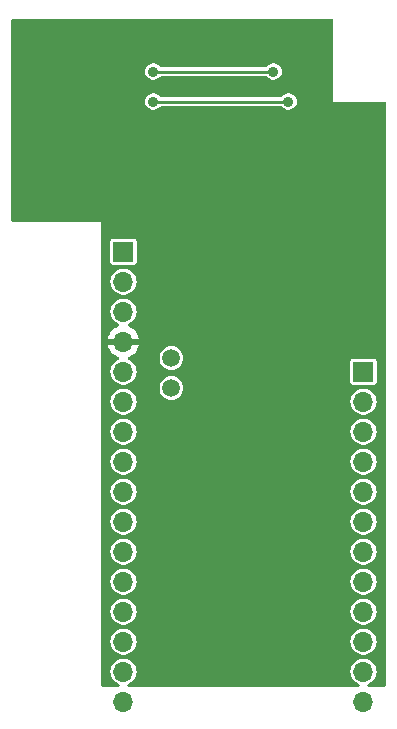
<source format=gbl>
%TF.GenerationSoftware,KiCad,Pcbnew,7.0.6*%
%TF.CreationDate,2023-10-23T11:13:57-04:00*%
%TF.ProjectId,CFL_FeatherDebugShield,43464c5f-4665-4617-9468-657244656275,v01a*%
%TF.SameCoordinates,Original*%
%TF.FileFunction,Copper,L2,Bot*%
%TF.FilePolarity,Positive*%
%FSLAX46Y46*%
G04 Gerber Fmt 4.6, Leading zero omitted, Abs format (unit mm)*
G04 Created by KiCad (PCBNEW 7.0.6) date 2023-10-23 11:13:57*
%MOMM*%
%LPD*%
G01*
G04 APERTURE LIST*
%TA.AperFunction,ComponentPad*%
%ADD10R,1.700000X1.700000*%
%TD*%
%TA.AperFunction,ComponentPad*%
%ADD11O,1.700000X1.700000*%
%TD*%
%TA.AperFunction,ComponentPad*%
%ADD12C,1.500000*%
%TD*%
%TA.AperFunction,ViaPad*%
%ADD13C,0.889000*%
%TD*%
%TA.AperFunction,Conductor*%
%ADD14C,0.254000*%
%TD*%
G04 APERTURE END LIST*
D10*
%TO.P,J1,1,Pin_1*%
%TO.N,unconnected-(J1-Pin_1-Pad1)*%
X106680000Y-71120000D03*
D11*
%TO.P,J1,2,Pin_2*%
%TO.N,unconnected-(J1-Pin_2-Pad2)*%
X106680000Y-73660000D03*
%TO.P,J1,3,Pin_3*%
%TO.N,unconnected-(J1-Pin_3-Pad3)*%
X106680000Y-76200000D03*
%TO.P,J1,4,Pin_4*%
%TO.N,/GPIO13*%
X106680000Y-78740000D03*
%TO.P,J1,5,Pin_5*%
%TO.N,/GPIO12*%
X106680000Y-81280000D03*
%TO.P,J1,6,Pin_6*%
%TO.N,unconnected-(J1-Pin_6-Pad6)*%
X106680000Y-83820000D03*
%TO.P,J1,7,Pin_7*%
%TO.N,unconnected-(J1-Pin_7-Pad7)*%
X106680000Y-86360000D03*
%TO.P,J1,8,Pin_8*%
%TO.N,/GPIO15*%
X106680000Y-88900000D03*
%TO.P,J1,9,Pin_9*%
%TO.N,unconnected-(J1-Pin_9-Pad9)*%
X106680000Y-91440000D03*
%TO.P,J1,10,Pin_10*%
%TO.N,/GPIO14*%
X106680000Y-93980000D03*
%TO.P,J1,11,Pin_11*%
%TO.N,unconnected-(J1-Pin_11-Pad11)*%
X106680000Y-96520000D03*
%TO.P,J1,12,Pin_12*%
%TO.N,unconnected-(J1-Pin_12-Pad12)*%
X106680000Y-99060000D03*
%TD*%
D10*
%TO.P,J2,1,Pin_1*%
%TO.N,unconnected-(J2-Pin_1-Pad1)*%
X86360000Y-60960000D03*
D11*
%TO.P,J2,2,Pin_2*%
%TO.N,VCC*%
X86360000Y-63500000D03*
%TO.P,J2,3,Pin_3*%
%TO.N,unconnected-(J2-Pin_3-Pad3)*%
X86360000Y-66040000D03*
%TO.P,J2,4,Pin_4*%
%TO.N,GND*%
X86360000Y-68580000D03*
%TO.P,J2,5,Pin_5*%
%TO.N,unconnected-(J2-Pin_5-Pad5)*%
X86360000Y-71120000D03*
%TO.P,J2,6,Pin_6*%
%TO.N,unconnected-(J2-Pin_6-Pad6)*%
X86360000Y-73660000D03*
%TO.P,J2,7,Pin_7*%
%TO.N,unconnected-(J2-Pin_7-Pad7)*%
X86360000Y-76200000D03*
%TO.P,J2,8,Pin_8*%
%TO.N,unconnected-(J2-Pin_8-Pad8)*%
X86360000Y-78740000D03*
%TO.P,J2,9,Pin_9*%
%TO.N,unconnected-(J2-Pin_9-Pad9)*%
X86360000Y-81280000D03*
%TO.P,J2,10,Pin_10*%
%TO.N,unconnected-(J2-Pin_10-Pad10)*%
X86360000Y-83820000D03*
%TO.P,J2,11,Pin_11*%
%TO.N,unconnected-(J2-Pin_11-Pad11)*%
X86360000Y-86360000D03*
%TO.P,J2,12,Pin_12*%
%TO.N,unconnected-(J2-Pin_12-Pad12)*%
X86360000Y-88900000D03*
%TO.P,J2,13,Pin_13*%
%TO.N,unconnected-(J2-Pin_13-Pad13)*%
X86360000Y-91440000D03*
%TO.P,J2,14,Pin_14*%
%TO.N,unconnected-(J2-Pin_14-Pad14)*%
X86360000Y-93980000D03*
%TO.P,J2,15,Pin_15*%
%TO.N,unconnected-(J2-Pin_15-Pad15)*%
X86360000Y-96520000D03*
%TO.P,J2,16,Pin_16*%
%TO.N,unconnected-(J2-Pin_16-Pad16)*%
X86360000Y-99060000D03*
%TD*%
D12*
%TO.P,J5,1*%
%TO.N,/SWDIO*%
X90424000Y-72517000D03*
%TD*%
%TO.P,J6,1*%
%TO.N,/SWCLK*%
X90424000Y-69977000D03*
%TD*%
D13*
%TO.N,GND*%
X83185000Y-54610000D03*
X101600000Y-48260000D03*
X102870000Y-91440000D03*
X101600000Y-68580000D03*
X94615000Y-60325000D03*
X100965000Y-44450000D03*
X85725000Y-54610000D03*
X90170000Y-44450000D03*
X94615000Y-50165000D03*
X94615000Y-46990000D03*
X99060000Y-60960000D03*
X97155000Y-43180000D03*
X95250000Y-81280000D03*
X99060000Y-68580000D03*
X94615000Y-65405000D03*
X92710000Y-86360000D03*
X94615000Y-55245000D03*
X99060000Y-50800000D03*
X95250000Y-76200000D03*
X92710000Y-91440000D03*
X95250000Y-91440000D03*
X89535000Y-65405000D03*
X92075000Y-60325000D03*
X95250000Y-86360000D03*
X97790000Y-86360000D03*
X99060000Y-71120000D03*
X92710000Y-83820000D03*
X102870000Y-83820000D03*
X101600000Y-66040000D03*
X99060000Y-66040000D03*
X99060000Y-63500000D03*
X88265000Y-67310000D03*
X99060000Y-58420000D03*
X95250000Y-88900000D03*
X97790000Y-83820000D03*
X92710000Y-44450000D03*
X92075000Y-55245000D03*
X100330000Y-86360000D03*
X101600000Y-53340000D03*
X95250000Y-43180000D03*
X90170000Y-46990000D03*
X92710000Y-88900000D03*
X92710000Y-76200000D03*
X92075000Y-50165000D03*
X101600000Y-55880000D03*
X100330000Y-83820000D03*
X95250000Y-78740000D03*
X92075000Y-62865000D03*
X94615000Y-62865000D03*
X92710000Y-78740000D03*
X101600000Y-71120000D03*
X92075000Y-57785000D03*
X99060000Y-55880000D03*
X101600000Y-63500000D03*
X81280000Y-53975000D03*
X94615000Y-52705000D03*
X100330000Y-91440000D03*
X97790000Y-91440000D03*
X88265000Y-54610000D03*
X92710000Y-81280000D03*
X99060000Y-43180000D03*
X101600000Y-58420000D03*
X101600000Y-46355000D03*
X101600000Y-60960000D03*
X80010000Y-50165000D03*
X101600000Y-50800000D03*
X94615000Y-67945000D03*
X94615000Y-57785000D03*
X102870000Y-86360000D03*
X95250000Y-83820000D03*
X92075000Y-65405000D03*
X97790000Y-81280000D03*
X99060000Y-53340000D03*
X92075000Y-52705000D03*
X80010000Y-52070000D03*
%TO.N,/TDO*%
X99060000Y-45720000D03*
X88900000Y-45720000D03*
%TO.N,/TDI*%
X88900000Y-48260000D03*
X100330000Y-48260000D03*
%TD*%
D14*
%TO.N,/TDO*%
X99060000Y-45720000D02*
X88900000Y-45720000D01*
%TO.N,/TDI*%
X100330000Y-48260000D02*
X88900000Y-48260000D01*
%TD*%
%TA.AperFunction,Conductor*%
%TO.N,GND*%
G36*
X104082121Y-41295002D02*
G01*
X104128614Y-41348658D01*
X104140000Y-41400999D01*
X104140000Y-48260000D01*
X108459000Y-48260000D01*
X108527121Y-48280002D01*
X108573614Y-48333658D01*
X108585000Y-48386000D01*
X108585000Y-97664000D01*
X108564998Y-97732121D01*
X108511342Y-97778614D01*
X108459000Y-97790000D01*
X107133303Y-97790000D01*
X107065182Y-97769998D01*
X107018689Y-97716342D01*
X107008585Y-97646068D01*
X107038079Y-97581488D01*
X107087786Y-97546509D01*
X107089220Y-97545953D01*
X107174427Y-97512944D01*
X107348462Y-97405186D01*
X107499732Y-97267285D01*
X107623088Y-97103935D01*
X107714328Y-96920701D01*
X107770345Y-96723821D01*
X107789232Y-96520000D01*
X107770345Y-96316179D01*
X107714328Y-96119299D01*
X107623088Y-95936065D01*
X107582538Y-95882368D01*
X107499733Y-95772715D01*
X107348463Y-95634814D01*
X107174433Y-95527059D01*
X107174428Y-95527057D01*
X107174427Y-95527056D01*
X106983559Y-95453113D01*
X106983560Y-95453113D01*
X106983557Y-95453112D01*
X106983556Y-95453112D01*
X106782347Y-95415500D01*
X106577653Y-95415500D01*
X106376444Y-95453112D01*
X106376439Y-95453113D01*
X106185577Y-95527054D01*
X106185566Y-95527059D01*
X106011536Y-95634814D01*
X105860266Y-95772715D01*
X105736913Y-95936063D01*
X105645671Y-96119301D01*
X105589654Y-96316180D01*
X105570768Y-96519995D01*
X105570768Y-96520004D01*
X105589654Y-96723819D01*
X105589655Y-96723821D01*
X105645672Y-96920701D01*
X105736912Y-97103935D01*
X105736913Y-97103936D01*
X105860266Y-97267284D01*
X106011536Y-97405185D01*
X106185566Y-97512940D01*
X106185568Y-97512940D01*
X106185573Y-97512944D01*
X106269796Y-97545572D01*
X106272214Y-97546509D01*
X106328509Y-97589768D01*
X106352479Y-97656596D01*
X106336515Y-97725774D01*
X106285684Y-97775340D01*
X106226697Y-97790000D01*
X86813303Y-97790000D01*
X86745182Y-97769998D01*
X86698689Y-97716342D01*
X86688585Y-97646068D01*
X86718079Y-97581488D01*
X86767786Y-97546509D01*
X86769220Y-97545953D01*
X86854427Y-97512944D01*
X87028462Y-97405186D01*
X87179732Y-97267285D01*
X87303088Y-97103935D01*
X87394328Y-96920701D01*
X87450345Y-96723821D01*
X87469232Y-96520000D01*
X87450345Y-96316179D01*
X87394328Y-96119299D01*
X87303088Y-95936065D01*
X87262538Y-95882368D01*
X87179733Y-95772715D01*
X87028463Y-95634814D01*
X86854433Y-95527059D01*
X86854428Y-95527057D01*
X86854427Y-95527056D01*
X86663559Y-95453113D01*
X86663560Y-95453113D01*
X86663557Y-95453112D01*
X86663556Y-95453112D01*
X86462347Y-95415500D01*
X86257653Y-95415500D01*
X86056444Y-95453112D01*
X86056439Y-95453113D01*
X85865577Y-95527054D01*
X85865566Y-95527059D01*
X85691536Y-95634814D01*
X85540266Y-95772715D01*
X85416913Y-95936063D01*
X85325671Y-96119301D01*
X85269654Y-96316180D01*
X85250768Y-96519995D01*
X85250768Y-96520004D01*
X85269654Y-96723819D01*
X85269655Y-96723821D01*
X85325672Y-96920701D01*
X85416912Y-97103935D01*
X85416913Y-97103936D01*
X85540266Y-97267284D01*
X85691536Y-97405185D01*
X85865566Y-97512940D01*
X85865568Y-97512940D01*
X85865573Y-97512944D01*
X85949796Y-97545572D01*
X85952214Y-97546509D01*
X86008509Y-97589768D01*
X86032479Y-97656596D01*
X86016515Y-97725774D01*
X85965684Y-97775340D01*
X85906697Y-97790000D01*
X84581000Y-97790000D01*
X84512879Y-97769998D01*
X84466386Y-97716342D01*
X84455000Y-97664000D01*
X84455000Y-93980004D01*
X85250768Y-93980004D01*
X85269654Y-94183819D01*
X85269655Y-94183821D01*
X85325672Y-94380701D01*
X85416912Y-94563935D01*
X85416913Y-94563936D01*
X85540266Y-94727284D01*
X85691536Y-94865185D01*
X85865566Y-94972940D01*
X85865568Y-94972940D01*
X85865573Y-94972944D01*
X86056444Y-95046888D01*
X86257653Y-95084500D01*
X86257655Y-95084500D01*
X86462345Y-95084500D01*
X86462347Y-95084500D01*
X86663556Y-95046888D01*
X86854427Y-94972944D01*
X87028462Y-94865186D01*
X87179732Y-94727285D01*
X87303088Y-94563935D01*
X87394328Y-94380701D01*
X87450345Y-94183821D01*
X87469232Y-93980004D01*
X105570768Y-93980004D01*
X105589654Y-94183819D01*
X105589655Y-94183821D01*
X105645672Y-94380701D01*
X105736912Y-94563935D01*
X105736913Y-94563936D01*
X105860266Y-94727284D01*
X106011536Y-94865185D01*
X106185566Y-94972940D01*
X106185568Y-94972940D01*
X106185573Y-94972944D01*
X106376444Y-95046888D01*
X106577653Y-95084500D01*
X106577655Y-95084500D01*
X106782345Y-95084500D01*
X106782347Y-95084500D01*
X106983556Y-95046888D01*
X107174427Y-94972944D01*
X107348462Y-94865186D01*
X107499732Y-94727285D01*
X107623088Y-94563935D01*
X107714328Y-94380701D01*
X107770345Y-94183821D01*
X107789232Y-93980000D01*
X107770345Y-93776179D01*
X107714328Y-93579299D01*
X107623088Y-93396065D01*
X107582538Y-93342368D01*
X107499733Y-93232715D01*
X107348463Y-93094814D01*
X107174433Y-92987059D01*
X107174428Y-92987057D01*
X107174427Y-92987056D01*
X106983559Y-92913113D01*
X106983560Y-92913113D01*
X106983557Y-92913112D01*
X106983556Y-92913112D01*
X106782347Y-92875500D01*
X106577653Y-92875500D01*
X106376444Y-92913112D01*
X106376439Y-92913113D01*
X106185577Y-92987054D01*
X106185566Y-92987059D01*
X106011536Y-93094814D01*
X105860266Y-93232715D01*
X105736913Y-93396063D01*
X105645671Y-93579301D01*
X105589654Y-93776180D01*
X105570768Y-93979995D01*
X105570768Y-93980004D01*
X87469232Y-93980004D01*
X87469232Y-93980000D01*
X87450345Y-93776179D01*
X87394328Y-93579299D01*
X87303088Y-93396065D01*
X87262538Y-93342368D01*
X87179733Y-93232715D01*
X87028463Y-93094814D01*
X86854433Y-92987059D01*
X86854428Y-92987057D01*
X86854427Y-92987056D01*
X86663559Y-92913113D01*
X86663560Y-92913113D01*
X86663557Y-92913112D01*
X86663556Y-92913112D01*
X86462347Y-92875500D01*
X86257653Y-92875500D01*
X86056444Y-92913112D01*
X86056439Y-92913113D01*
X85865577Y-92987054D01*
X85865566Y-92987059D01*
X85691536Y-93094814D01*
X85540266Y-93232715D01*
X85416913Y-93396063D01*
X85325671Y-93579301D01*
X85269654Y-93776180D01*
X85250768Y-93979995D01*
X85250768Y-93980004D01*
X84455000Y-93980004D01*
X84455000Y-91440004D01*
X85250768Y-91440004D01*
X85269654Y-91643819D01*
X85269655Y-91643821D01*
X85325672Y-91840701D01*
X85416912Y-92023935D01*
X85416913Y-92023936D01*
X85540266Y-92187284D01*
X85691536Y-92325185D01*
X85865566Y-92432940D01*
X85865568Y-92432940D01*
X85865573Y-92432944D01*
X86056444Y-92506888D01*
X86257653Y-92544500D01*
X86257655Y-92544500D01*
X86462345Y-92544500D01*
X86462347Y-92544500D01*
X86663556Y-92506888D01*
X86854427Y-92432944D01*
X87028462Y-92325186D01*
X87179732Y-92187285D01*
X87303088Y-92023935D01*
X87394328Y-91840701D01*
X87450345Y-91643821D01*
X87469232Y-91440004D01*
X105570768Y-91440004D01*
X105589654Y-91643819D01*
X105589655Y-91643821D01*
X105645672Y-91840701D01*
X105736912Y-92023935D01*
X105736913Y-92023936D01*
X105860266Y-92187284D01*
X106011536Y-92325185D01*
X106185566Y-92432940D01*
X106185568Y-92432940D01*
X106185573Y-92432944D01*
X106376444Y-92506888D01*
X106577653Y-92544500D01*
X106577655Y-92544500D01*
X106782345Y-92544500D01*
X106782347Y-92544500D01*
X106983556Y-92506888D01*
X107174427Y-92432944D01*
X107348462Y-92325186D01*
X107499732Y-92187285D01*
X107623088Y-92023935D01*
X107714328Y-91840701D01*
X107770345Y-91643821D01*
X107789232Y-91440000D01*
X107770345Y-91236179D01*
X107714328Y-91039299D01*
X107623088Y-90856065D01*
X107582538Y-90802368D01*
X107499733Y-90692715D01*
X107348463Y-90554814D01*
X107174433Y-90447059D01*
X107174428Y-90447057D01*
X107174427Y-90447056D01*
X106983559Y-90373113D01*
X106983560Y-90373113D01*
X106983557Y-90373112D01*
X106983556Y-90373112D01*
X106782347Y-90335500D01*
X106577653Y-90335500D01*
X106376444Y-90373112D01*
X106376439Y-90373113D01*
X106185577Y-90447054D01*
X106185566Y-90447059D01*
X106011536Y-90554814D01*
X105860266Y-90692715D01*
X105736913Y-90856063D01*
X105645671Y-91039301D01*
X105589654Y-91236180D01*
X105570768Y-91439995D01*
X105570768Y-91440004D01*
X87469232Y-91440004D01*
X87469232Y-91440000D01*
X87450345Y-91236179D01*
X87394328Y-91039299D01*
X87303088Y-90856065D01*
X87262538Y-90802368D01*
X87179733Y-90692715D01*
X87028463Y-90554814D01*
X86854433Y-90447059D01*
X86854428Y-90447057D01*
X86854427Y-90447056D01*
X86663559Y-90373113D01*
X86663560Y-90373113D01*
X86663557Y-90373112D01*
X86663556Y-90373112D01*
X86462347Y-90335500D01*
X86257653Y-90335500D01*
X86056444Y-90373112D01*
X86056439Y-90373113D01*
X85865577Y-90447054D01*
X85865566Y-90447059D01*
X85691536Y-90554814D01*
X85540266Y-90692715D01*
X85416913Y-90856063D01*
X85325671Y-91039301D01*
X85269654Y-91236180D01*
X85250768Y-91439995D01*
X85250768Y-91440004D01*
X84455000Y-91440004D01*
X84455000Y-88900004D01*
X85250768Y-88900004D01*
X85269654Y-89103819D01*
X85269655Y-89103821D01*
X85325672Y-89300701D01*
X85416912Y-89483935D01*
X85416913Y-89483936D01*
X85540266Y-89647284D01*
X85691536Y-89785185D01*
X85865566Y-89892940D01*
X85865568Y-89892940D01*
X85865573Y-89892944D01*
X86056444Y-89966888D01*
X86257653Y-90004500D01*
X86257655Y-90004500D01*
X86462345Y-90004500D01*
X86462347Y-90004500D01*
X86663556Y-89966888D01*
X86854427Y-89892944D01*
X87028462Y-89785186D01*
X87179732Y-89647285D01*
X87303088Y-89483935D01*
X87394328Y-89300701D01*
X87450345Y-89103821D01*
X87469232Y-88900004D01*
X105570768Y-88900004D01*
X105589654Y-89103819D01*
X105589655Y-89103821D01*
X105645672Y-89300701D01*
X105736912Y-89483935D01*
X105736913Y-89483936D01*
X105860266Y-89647284D01*
X106011536Y-89785185D01*
X106185566Y-89892940D01*
X106185568Y-89892940D01*
X106185573Y-89892944D01*
X106376444Y-89966888D01*
X106577653Y-90004500D01*
X106577655Y-90004500D01*
X106782345Y-90004500D01*
X106782347Y-90004500D01*
X106983556Y-89966888D01*
X107174427Y-89892944D01*
X107348462Y-89785186D01*
X107499732Y-89647285D01*
X107623088Y-89483935D01*
X107714328Y-89300701D01*
X107770345Y-89103821D01*
X107789232Y-88900000D01*
X107770345Y-88696179D01*
X107714328Y-88499299D01*
X107623088Y-88316065D01*
X107582538Y-88262368D01*
X107499733Y-88152715D01*
X107348463Y-88014814D01*
X107174433Y-87907059D01*
X107174428Y-87907057D01*
X107174427Y-87907056D01*
X106983559Y-87833113D01*
X106983560Y-87833113D01*
X106983557Y-87833112D01*
X106983556Y-87833112D01*
X106782347Y-87795500D01*
X106577653Y-87795500D01*
X106376444Y-87833112D01*
X106376439Y-87833113D01*
X106185577Y-87907054D01*
X106185566Y-87907059D01*
X106011536Y-88014814D01*
X105860266Y-88152715D01*
X105736913Y-88316063D01*
X105645671Y-88499301D01*
X105589654Y-88696180D01*
X105570768Y-88899995D01*
X105570768Y-88900004D01*
X87469232Y-88900004D01*
X87469232Y-88900000D01*
X87450345Y-88696179D01*
X87394328Y-88499299D01*
X87303088Y-88316065D01*
X87262538Y-88262368D01*
X87179733Y-88152715D01*
X87028463Y-88014814D01*
X86854433Y-87907059D01*
X86854428Y-87907057D01*
X86854427Y-87907056D01*
X86663559Y-87833113D01*
X86663560Y-87833113D01*
X86663557Y-87833112D01*
X86663556Y-87833112D01*
X86462347Y-87795500D01*
X86257653Y-87795500D01*
X86056444Y-87833112D01*
X86056439Y-87833113D01*
X85865577Y-87907054D01*
X85865566Y-87907059D01*
X85691536Y-88014814D01*
X85540266Y-88152715D01*
X85416913Y-88316063D01*
X85325671Y-88499301D01*
X85269654Y-88696180D01*
X85250768Y-88899995D01*
X85250768Y-88900004D01*
X84455000Y-88900004D01*
X84455000Y-86360004D01*
X85250768Y-86360004D01*
X85269654Y-86563819D01*
X85269655Y-86563821D01*
X85325672Y-86760701D01*
X85416912Y-86943935D01*
X85416913Y-86943936D01*
X85540266Y-87107284D01*
X85691536Y-87245185D01*
X85865566Y-87352940D01*
X85865568Y-87352940D01*
X85865573Y-87352944D01*
X86056444Y-87426888D01*
X86257653Y-87464500D01*
X86257655Y-87464500D01*
X86462345Y-87464500D01*
X86462347Y-87464500D01*
X86663556Y-87426888D01*
X86854427Y-87352944D01*
X87028462Y-87245186D01*
X87179732Y-87107285D01*
X87303088Y-86943935D01*
X87394328Y-86760701D01*
X87450345Y-86563821D01*
X87469232Y-86360004D01*
X105570768Y-86360004D01*
X105589654Y-86563819D01*
X105589655Y-86563821D01*
X105645672Y-86760701D01*
X105736912Y-86943935D01*
X105736913Y-86943936D01*
X105860266Y-87107284D01*
X106011536Y-87245185D01*
X106185566Y-87352940D01*
X106185568Y-87352940D01*
X106185573Y-87352944D01*
X106376444Y-87426888D01*
X106577653Y-87464500D01*
X106577655Y-87464500D01*
X106782345Y-87464500D01*
X106782347Y-87464500D01*
X106983556Y-87426888D01*
X107174427Y-87352944D01*
X107348462Y-87245186D01*
X107499732Y-87107285D01*
X107623088Y-86943935D01*
X107714328Y-86760701D01*
X107770345Y-86563821D01*
X107789232Y-86360000D01*
X107770345Y-86156179D01*
X107714328Y-85959299D01*
X107623088Y-85776065D01*
X107582538Y-85722368D01*
X107499733Y-85612715D01*
X107348463Y-85474814D01*
X107174433Y-85367059D01*
X107174428Y-85367057D01*
X107174427Y-85367056D01*
X106983559Y-85293113D01*
X106983560Y-85293113D01*
X106983557Y-85293112D01*
X106983556Y-85293112D01*
X106782347Y-85255500D01*
X106577653Y-85255500D01*
X106376444Y-85293112D01*
X106376439Y-85293113D01*
X106185577Y-85367054D01*
X106185566Y-85367059D01*
X106011536Y-85474814D01*
X105860266Y-85612715D01*
X105736913Y-85776063D01*
X105645671Y-85959301D01*
X105589654Y-86156180D01*
X105570768Y-86359995D01*
X105570768Y-86360004D01*
X87469232Y-86360004D01*
X87469232Y-86360000D01*
X87450345Y-86156179D01*
X87394328Y-85959299D01*
X87303088Y-85776065D01*
X87262538Y-85722368D01*
X87179733Y-85612715D01*
X87028463Y-85474814D01*
X86854433Y-85367059D01*
X86854428Y-85367057D01*
X86854427Y-85367056D01*
X86663559Y-85293113D01*
X86663560Y-85293113D01*
X86663557Y-85293112D01*
X86663556Y-85293112D01*
X86462347Y-85255500D01*
X86257653Y-85255500D01*
X86056444Y-85293112D01*
X86056439Y-85293113D01*
X85865577Y-85367054D01*
X85865566Y-85367059D01*
X85691536Y-85474814D01*
X85540266Y-85612715D01*
X85416913Y-85776063D01*
X85325671Y-85959301D01*
X85269654Y-86156180D01*
X85250768Y-86359995D01*
X85250768Y-86360004D01*
X84455000Y-86360004D01*
X84455000Y-83820004D01*
X85250768Y-83820004D01*
X85269654Y-84023819D01*
X85269655Y-84023821D01*
X85325672Y-84220701D01*
X85416912Y-84403935D01*
X85416913Y-84403936D01*
X85540266Y-84567284D01*
X85691536Y-84705185D01*
X85865566Y-84812940D01*
X85865568Y-84812940D01*
X85865573Y-84812944D01*
X86056444Y-84886888D01*
X86257653Y-84924500D01*
X86257655Y-84924500D01*
X86462345Y-84924500D01*
X86462347Y-84924500D01*
X86663556Y-84886888D01*
X86854427Y-84812944D01*
X87028462Y-84705186D01*
X87179732Y-84567285D01*
X87303088Y-84403935D01*
X87394328Y-84220701D01*
X87450345Y-84023821D01*
X87469232Y-83820004D01*
X105570768Y-83820004D01*
X105589654Y-84023819D01*
X105589655Y-84023821D01*
X105645672Y-84220701D01*
X105736912Y-84403935D01*
X105736913Y-84403936D01*
X105860266Y-84567284D01*
X106011536Y-84705185D01*
X106185566Y-84812940D01*
X106185568Y-84812940D01*
X106185573Y-84812944D01*
X106376444Y-84886888D01*
X106577653Y-84924500D01*
X106577655Y-84924500D01*
X106782345Y-84924500D01*
X106782347Y-84924500D01*
X106983556Y-84886888D01*
X107174427Y-84812944D01*
X107348462Y-84705186D01*
X107499732Y-84567285D01*
X107623088Y-84403935D01*
X107714328Y-84220701D01*
X107770345Y-84023821D01*
X107789232Y-83820000D01*
X107770345Y-83616179D01*
X107714328Y-83419299D01*
X107623088Y-83236065D01*
X107582538Y-83182368D01*
X107499733Y-83072715D01*
X107348463Y-82934814D01*
X107174433Y-82827059D01*
X107174428Y-82827057D01*
X107174427Y-82827056D01*
X106983559Y-82753113D01*
X106983560Y-82753113D01*
X106983557Y-82753112D01*
X106983556Y-82753112D01*
X106782347Y-82715500D01*
X106577653Y-82715500D01*
X106376444Y-82753112D01*
X106376439Y-82753113D01*
X106185577Y-82827054D01*
X106185566Y-82827059D01*
X106011536Y-82934814D01*
X105860266Y-83072715D01*
X105736913Y-83236063D01*
X105645671Y-83419301D01*
X105589654Y-83616180D01*
X105570768Y-83819995D01*
X105570768Y-83820004D01*
X87469232Y-83820004D01*
X87469232Y-83820000D01*
X87450345Y-83616179D01*
X87394328Y-83419299D01*
X87303088Y-83236065D01*
X87262538Y-83182368D01*
X87179733Y-83072715D01*
X87028463Y-82934814D01*
X86854433Y-82827059D01*
X86854428Y-82827057D01*
X86854427Y-82827056D01*
X86663559Y-82753113D01*
X86663560Y-82753113D01*
X86663557Y-82753112D01*
X86663556Y-82753112D01*
X86462347Y-82715500D01*
X86257653Y-82715500D01*
X86056444Y-82753112D01*
X86056439Y-82753113D01*
X85865577Y-82827054D01*
X85865566Y-82827059D01*
X85691536Y-82934814D01*
X85540266Y-83072715D01*
X85416913Y-83236063D01*
X85325671Y-83419301D01*
X85269654Y-83616180D01*
X85250768Y-83819995D01*
X85250768Y-83820004D01*
X84455000Y-83820004D01*
X84455000Y-81280004D01*
X85250768Y-81280004D01*
X85269654Y-81483819D01*
X85269655Y-81483821D01*
X85325672Y-81680701D01*
X85416912Y-81863935D01*
X85416913Y-81863936D01*
X85540266Y-82027284D01*
X85691536Y-82165185D01*
X85865566Y-82272940D01*
X85865568Y-82272940D01*
X85865573Y-82272944D01*
X86056444Y-82346888D01*
X86257653Y-82384500D01*
X86257655Y-82384500D01*
X86462345Y-82384500D01*
X86462347Y-82384500D01*
X86663556Y-82346888D01*
X86854427Y-82272944D01*
X87028462Y-82165186D01*
X87179732Y-82027285D01*
X87303088Y-81863935D01*
X87394328Y-81680701D01*
X87450345Y-81483821D01*
X87469232Y-81280004D01*
X105570768Y-81280004D01*
X105589654Y-81483819D01*
X105589655Y-81483821D01*
X105645672Y-81680701D01*
X105736912Y-81863935D01*
X105736913Y-81863936D01*
X105860266Y-82027284D01*
X106011536Y-82165185D01*
X106185566Y-82272940D01*
X106185568Y-82272940D01*
X106185573Y-82272944D01*
X106376444Y-82346888D01*
X106577653Y-82384500D01*
X106577655Y-82384500D01*
X106782345Y-82384500D01*
X106782347Y-82384500D01*
X106983556Y-82346888D01*
X107174427Y-82272944D01*
X107348462Y-82165186D01*
X107499732Y-82027285D01*
X107623088Y-81863935D01*
X107714328Y-81680701D01*
X107770345Y-81483821D01*
X107789232Y-81280000D01*
X107770345Y-81076179D01*
X107714328Y-80879299D01*
X107623088Y-80696065D01*
X107582538Y-80642368D01*
X107499733Y-80532715D01*
X107348463Y-80394814D01*
X107174433Y-80287059D01*
X107174428Y-80287057D01*
X107174427Y-80287056D01*
X106983559Y-80213113D01*
X106983560Y-80213113D01*
X106983557Y-80213112D01*
X106983556Y-80213112D01*
X106782347Y-80175500D01*
X106577653Y-80175500D01*
X106376444Y-80213112D01*
X106376439Y-80213113D01*
X106185577Y-80287054D01*
X106185566Y-80287059D01*
X106011536Y-80394814D01*
X105860266Y-80532715D01*
X105736913Y-80696063D01*
X105645671Y-80879301D01*
X105589654Y-81076180D01*
X105570768Y-81279995D01*
X105570768Y-81280004D01*
X87469232Y-81280004D01*
X87469232Y-81280000D01*
X87450345Y-81076179D01*
X87394328Y-80879299D01*
X87303088Y-80696065D01*
X87262538Y-80642368D01*
X87179733Y-80532715D01*
X87028463Y-80394814D01*
X86854433Y-80287059D01*
X86854428Y-80287057D01*
X86854427Y-80287056D01*
X86663559Y-80213113D01*
X86663560Y-80213113D01*
X86663557Y-80213112D01*
X86663556Y-80213112D01*
X86462347Y-80175500D01*
X86257653Y-80175500D01*
X86056444Y-80213112D01*
X86056439Y-80213113D01*
X85865577Y-80287054D01*
X85865566Y-80287059D01*
X85691536Y-80394814D01*
X85540266Y-80532715D01*
X85416913Y-80696063D01*
X85325671Y-80879301D01*
X85269654Y-81076180D01*
X85250768Y-81279995D01*
X85250768Y-81280004D01*
X84455000Y-81280004D01*
X84455000Y-78740004D01*
X85250768Y-78740004D01*
X85269654Y-78943819D01*
X85269655Y-78943821D01*
X85325672Y-79140701D01*
X85416912Y-79323935D01*
X85416913Y-79323936D01*
X85540266Y-79487284D01*
X85691536Y-79625185D01*
X85865566Y-79732940D01*
X85865568Y-79732940D01*
X85865573Y-79732944D01*
X86056444Y-79806888D01*
X86257653Y-79844500D01*
X86257655Y-79844500D01*
X86462345Y-79844500D01*
X86462347Y-79844500D01*
X86663556Y-79806888D01*
X86854427Y-79732944D01*
X87028462Y-79625186D01*
X87179732Y-79487285D01*
X87303088Y-79323935D01*
X87394328Y-79140701D01*
X87450345Y-78943821D01*
X87469232Y-78740004D01*
X105570768Y-78740004D01*
X105589654Y-78943819D01*
X105589655Y-78943821D01*
X105645672Y-79140701D01*
X105736912Y-79323935D01*
X105736913Y-79323936D01*
X105860266Y-79487284D01*
X106011536Y-79625185D01*
X106185566Y-79732940D01*
X106185568Y-79732940D01*
X106185573Y-79732944D01*
X106376444Y-79806888D01*
X106577653Y-79844500D01*
X106577655Y-79844500D01*
X106782345Y-79844500D01*
X106782347Y-79844500D01*
X106983556Y-79806888D01*
X107174427Y-79732944D01*
X107348462Y-79625186D01*
X107499732Y-79487285D01*
X107623088Y-79323935D01*
X107714328Y-79140701D01*
X107770345Y-78943821D01*
X107789232Y-78740000D01*
X107770345Y-78536179D01*
X107714328Y-78339299D01*
X107623088Y-78156065D01*
X107582538Y-78102368D01*
X107499733Y-77992715D01*
X107348463Y-77854814D01*
X107174433Y-77747059D01*
X107174428Y-77747057D01*
X107174427Y-77747056D01*
X106983559Y-77673113D01*
X106983560Y-77673113D01*
X106983557Y-77673112D01*
X106983556Y-77673112D01*
X106782347Y-77635500D01*
X106577653Y-77635500D01*
X106376444Y-77673112D01*
X106376439Y-77673113D01*
X106185577Y-77747054D01*
X106185566Y-77747059D01*
X106011536Y-77854814D01*
X105860266Y-77992715D01*
X105736913Y-78156063D01*
X105645671Y-78339301D01*
X105589654Y-78536180D01*
X105570768Y-78739995D01*
X105570768Y-78740004D01*
X87469232Y-78740004D01*
X87469232Y-78740000D01*
X87450345Y-78536179D01*
X87394328Y-78339299D01*
X87303088Y-78156065D01*
X87262538Y-78102368D01*
X87179733Y-77992715D01*
X87028463Y-77854814D01*
X86854433Y-77747059D01*
X86854428Y-77747057D01*
X86854427Y-77747056D01*
X86663559Y-77673113D01*
X86663560Y-77673113D01*
X86663557Y-77673112D01*
X86663556Y-77673112D01*
X86462347Y-77635500D01*
X86257653Y-77635500D01*
X86056444Y-77673112D01*
X86056439Y-77673113D01*
X85865577Y-77747054D01*
X85865566Y-77747059D01*
X85691536Y-77854814D01*
X85540266Y-77992715D01*
X85416913Y-78156063D01*
X85325671Y-78339301D01*
X85269654Y-78536180D01*
X85250768Y-78739995D01*
X85250768Y-78740004D01*
X84455000Y-78740004D01*
X84455000Y-76200004D01*
X85250768Y-76200004D01*
X85269654Y-76403819D01*
X85269655Y-76403821D01*
X85325672Y-76600701D01*
X85416912Y-76783935D01*
X85416913Y-76783936D01*
X85540266Y-76947284D01*
X85691536Y-77085185D01*
X85865566Y-77192940D01*
X85865568Y-77192940D01*
X85865573Y-77192944D01*
X86056444Y-77266888D01*
X86257653Y-77304500D01*
X86257655Y-77304500D01*
X86462345Y-77304500D01*
X86462347Y-77304500D01*
X86663556Y-77266888D01*
X86854427Y-77192944D01*
X87028462Y-77085186D01*
X87179732Y-76947285D01*
X87303088Y-76783935D01*
X87394328Y-76600701D01*
X87450345Y-76403821D01*
X87469232Y-76200004D01*
X105570768Y-76200004D01*
X105589654Y-76403819D01*
X105589655Y-76403821D01*
X105645672Y-76600701D01*
X105736912Y-76783935D01*
X105736913Y-76783936D01*
X105860266Y-76947284D01*
X106011536Y-77085185D01*
X106185566Y-77192940D01*
X106185568Y-77192940D01*
X106185573Y-77192944D01*
X106376444Y-77266888D01*
X106577653Y-77304500D01*
X106577655Y-77304500D01*
X106782345Y-77304500D01*
X106782347Y-77304500D01*
X106983556Y-77266888D01*
X107174427Y-77192944D01*
X107348462Y-77085186D01*
X107499732Y-76947285D01*
X107623088Y-76783935D01*
X107714328Y-76600701D01*
X107770345Y-76403821D01*
X107789232Y-76200000D01*
X107770345Y-75996179D01*
X107714328Y-75799299D01*
X107623088Y-75616065D01*
X107582538Y-75562368D01*
X107499733Y-75452715D01*
X107348463Y-75314814D01*
X107174433Y-75207059D01*
X107174428Y-75207057D01*
X107174427Y-75207056D01*
X106983559Y-75133113D01*
X106983560Y-75133113D01*
X106983557Y-75133112D01*
X106983556Y-75133112D01*
X106782347Y-75095500D01*
X106577653Y-75095500D01*
X106376444Y-75133112D01*
X106376439Y-75133113D01*
X106185577Y-75207054D01*
X106185566Y-75207059D01*
X106011536Y-75314814D01*
X105860266Y-75452715D01*
X105736913Y-75616063D01*
X105645671Y-75799301D01*
X105589654Y-75996180D01*
X105570768Y-76199995D01*
X105570768Y-76200004D01*
X87469232Y-76200004D01*
X87469232Y-76200000D01*
X87450345Y-75996179D01*
X87394328Y-75799299D01*
X87303088Y-75616065D01*
X87262538Y-75562368D01*
X87179733Y-75452715D01*
X87028463Y-75314814D01*
X86854433Y-75207059D01*
X86854428Y-75207057D01*
X86854427Y-75207056D01*
X86663559Y-75133113D01*
X86663560Y-75133113D01*
X86663557Y-75133112D01*
X86663556Y-75133112D01*
X86462347Y-75095500D01*
X86257653Y-75095500D01*
X86056444Y-75133112D01*
X86056439Y-75133113D01*
X85865577Y-75207054D01*
X85865566Y-75207059D01*
X85691536Y-75314814D01*
X85540266Y-75452715D01*
X85416913Y-75616063D01*
X85325671Y-75799301D01*
X85269654Y-75996180D01*
X85250768Y-76199995D01*
X85250768Y-76200004D01*
X84455000Y-76200004D01*
X84455000Y-73660004D01*
X85250768Y-73660004D01*
X85269654Y-73863819D01*
X85269655Y-73863821D01*
X85325672Y-74060701D01*
X85416912Y-74243935D01*
X85416913Y-74243936D01*
X85540266Y-74407284D01*
X85691536Y-74545185D01*
X85865566Y-74652940D01*
X85865568Y-74652940D01*
X85865573Y-74652944D01*
X86056444Y-74726888D01*
X86257653Y-74764500D01*
X86257655Y-74764500D01*
X86462345Y-74764500D01*
X86462347Y-74764500D01*
X86663556Y-74726888D01*
X86854427Y-74652944D01*
X87028462Y-74545186D01*
X87179732Y-74407285D01*
X87303088Y-74243935D01*
X87394328Y-74060701D01*
X87450345Y-73863821D01*
X87469232Y-73660004D01*
X105570768Y-73660004D01*
X105589654Y-73863819D01*
X105589655Y-73863821D01*
X105645672Y-74060701D01*
X105736912Y-74243935D01*
X105736913Y-74243936D01*
X105860266Y-74407284D01*
X106011536Y-74545185D01*
X106185566Y-74652940D01*
X106185568Y-74652940D01*
X106185573Y-74652944D01*
X106376444Y-74726888D01*
X106577653Y-74764500D01*
X106577655Y-74764500D01*
X106782345Y-74764500D01*
X106782347Y-74764500D01*
X106983556Y-74726888D01*
X107174427Y-74652944D01*
X107348462Y-74545186D01*
X107499732Y-74407285D01*
X107623088Y-74243935D01*
X107714328Y-74060701D01*
X107770345Y-73863821D01*
X107789232Y-73660000D01*
X107770345Y-73456179D01*
X107714328Y-73259299D01*
X107623088Y-73076065D01*
X107582538Y-73022368D01*
X107499733Y-72912715D01*
X107348463Y-72774814D01*
X107174433Y-72667059D01*
X107174428Y-72667057D01*
X107174427Y-72667056D01*
X106983559Y-72593113D01*
X106983560Y-72593113D01*
X106983557Y-72593112D01*
X106983556Y-72593112D01*
X106782347Y-72555500D01*
X106577653Y-72555500D01*
X106376444Y-72593112D01*
X106376439Y-72593113D01*
X106185577Y-72667054D01*
X106185566Y-72667059D01*
X106011536Y-72774814D01*
X105860266Y-72912715D01*
X105736913Y-73076063D01*
X105645671Y-73259301D01*
X105589654Y-73456180D01*
X105570768Y-73659995D01*
X105570768Y-73660004D01*
X87469232Y-73660004D01*
X87469232Y-73660000D01*
X87450345Y-73456179D01*
X87394328Y-73259299D01*
X87303088Y-73076065D01*
X87262538Y-73022368D01*
X87179733Y-72912715D01*
X87028463Y-72774814D01*
X86854433Y-72667059D01*
X86854428Y-72667057D01*
X86854427Y-72667056D01*
X86663559Y-72593113D01*
X86663560Y-72593113D01*
X86663557Y-72593112D01*
X86663556Y-72593112D01*
X86462347Y-72555500D01*
X86257653Y-72555500D01*
X86056444Y-72593112D01*
X86056439Y-72593113D01*
X85865577Y-72667054D01*
X85865566Y-72667059D01*
X85691536Y-72774814D01*
X85540266Y-72912715D01*
X85416913Y-73076063D01*
X85325671Y-73259301D01*
X85269654Y-73456180D01*
X85250768Y-73659995D01*
X85250768Y-73660004D01*
X84455000Y-73660004D01*
X84455000Y-72517002D01*
X89414640Y-72517002D01*
X89434033Y-72713909D01*
X89434034Y-72713915D01*
X89434035Y-72713916D01*
X89491473Y-72903265D01*
X89584748Y-73077770D01*
X89710275Y-73230725D01*
X89863230Y-73356252D01*
X90037735Y-73449527D01*
X90227084Y-73506965D01*
X90227088Y-73506965D01*
X90227090Y-73506966D01*
X90423997Y-73526360D01*
X90424000Y-73526360D01*
X90424003Y-73526360D01*
X90620909Y-73506966D01*
X90620910Y-73506965D01*
X90620916Y-73506965D01*
X90810265Y-73449527D01*
X90984770Y-73356252D01*
X91137725Y-73230725D01*
X91263252Y-73077770D01*
X91356527Y-72903265D01*
X91413965Y-72713916D01*
X91418581Y-72667056D01*
X91433360Y-72517002D01*
X91433360Y-72516997D01*
X91413966Y-72320090D01*
X91413965Y-72320088D01*
X91413965Y-72320084D01*
X91356527Y-72130735D01*
X91284009Y-71995063D01*
X105575500Y-71995063D01*
X105575501Y-71995073D01*
X105590265Y-72069300D01*
X105646516Y-72153484D01*
X105730697Y-72209733D01*
X105730699Y-72209734D01*
X105804933Y-72224500D01*
X107555066Y-72224499D01*
X107555069Y-72224498D01*
X107555073Y-72224498D01*
X107604326Y-72214701D01*
X107629301Y-72209734D01*
X107713484Y-72153484D01*
X107769734Y-72069301D01*
X107784500Y-71995067D01*
X107784499Y-70244934D01*
X107784498Y-70244930D01*
X107784498Y-70244926D01*
X107769734Y-70170699D01*
X107740572Y-70127056D01*
X107713484Y-70086516D01*
X107713483Y-70086515D01*
X107629302Y-70030266D01*
X107555067Y-70015500D01*
X105804936Y-70015500D01*
X105804926Y-70015501D01*
X105730699Y-70030265D01*
X105646515Y-70086516D01*
X105590266Y-70170697D01*
X105575500Y-70244930D01*
X105575500Y-71995063D01*
X91284009Y-71995063D01*
X91263252Y-71956230D01*
X91137725Y-71803275D01*
X90984770Y-71677748D01*
X90810265Y-71584473D01*
X90620916Y-71527035D01*
X90620915Y-71527034D01*
X90620909Y-71527033D01*
X90424003Y-71507640D01*
X90423997Y-71507640D01*
X90227090Y-71527033D01*
X90037734Y-71584473D01*
X89863229Y-71677748D01*
X89710275Y-71803275D01*
X89584748Y-71956229D01*
X89491473Y-72130734D01*
X89434033Y-72320090D01*
X89414640Y-72516997D01*
X89414640Y-72517002D01*
X84455000Y-72517002D01*
X84455000Y-68330000D01*
X85029363Y-68330000D01*
X85926314Y-68330000D01*
X85900507Y-68370156D01*
X85860000Y-68508111D01*
X85860000Y-68651889D01*
X85900507Y-68789844D01*
X85926314Y-68830000D01*
X85029364Y-68830000D01*
X85086568Y-69043488D01*
X85086570Y-69043493D01*
X85186399Y-69257577D01*
X85186400Y-69257579D01*
X85321886Y-69451073D01*
X85321893Y-69451082D01*
X85488917Y-69618106D01*
X85488926Y-69618113D01*
X85682420Y-69753599D01*
X85682422Y-69753600D01*
X85896506Y-69853429D01*
X85896513Y-69853432D01*
X85923123Y-69860562D01*
X85983746Y-69897513D01*
X86014768Y-69961373D01*
X86006340Y-70031868D01*
X85961138Y-70086615D01*
X85936031Y-70099760D01*
X85865574Y-70127055D01*
X85865566Y-70127059D01*
X85691536Y-70234814D01*
X85540266Y-70372715D01*
X85416913Y-70536063D01*
X85325671Y-70719301D01*
X85269654Y-70916180D01*
X85250768Y-71119995D01*
X85250768Y-71120004D01*
X85269654Y-71323819D01*
X85269655Y-71323821D01*
X85325672Y-71520701D01*
X85416912Y-71703935D01*
X85416913Y-71703936D01*
X85540266Y-71867284D01*
X85691536Y-72005185D01*
X85865566Y-72112940D01*
X85865568Y-72112940D01*
X85865573Y-72112944D01*
X86056444Y-72186888D01*
X86257653Y-72224500D01*
X86257655Y-72224500D01*
X86462345Y-72224500D01*
X86462347Y-72224500D01*
X86663556Y-72186888D01*
X86854427Y-72112944D01*
X87028462Y-72005186D01*
X87179732Y-71867285D01*
X87303088Y-71703935D01*
X87394328Y-71520701D01*
X87450345Y-71323821D01*
X87469232Y-71120000D01*
X87450345Y-70916179D01*
X87394328Y-70719299D01*
X87303088Y-70536065D01*
X87262538Y-70482368D01*
X87179733Y-70372715D01*
X87028463Y-70234814D01*
X86854433Y-70127059D01*
X86854428Y-70127057D01*
X86854427Y-70127056D01*
X86854422Y-70127054D01*
X86783969Y-70099760D01*
X86727674Y-70056501D01*
X86703704Y-69989673D01*
X86706628Y-69977002D01*
X89414640Y-69977002D01*
X89434033Y-70173909D01*
X89434034Y-70173915D01*
X89434035Y-70173916D01*
X89491473Y-70363265D01*
X89584748Y-70537770D01*
X89710275Y-70690725D01*
X89863230Y-70816252D01*
X90037735Y-70909527D01*
X90227084Y-70966965D01*
X90227088Y-70966965D01*
X90227090Y-70966966D01*
X90423997Y-70986360D01*
X90424000Y-70986360D01*
X90424003Y-70986360D01*
X90620909Y-70966966D01*
X90620910Y-70966965D01*
X90620916Y-70966965D01*
X90810265Y-70909527D01*
X90984770Y-70816252D01*
X91137725Y-70690725D01*
X91263252Y-70537770D01*
X91356527Y-70363265D01*
X91413965Y-70173916D01*
X91418581Y-70127056D01*
X91433360Y-69977002D01*
X91433360Y-69976997D01*
X91413966Y-69780090D01*
X91413965Y-69780088D01*
X91413965Y-69780084D01*
X91356527Y-69590735D01*
X91263252Y-69416230D01*
X91137725Y-69263275D01*
X90984770Y-69137748D01*
X90810265Y-69044473D01*
X90620916Y-68987035D01*
X90620915Y-68987034D01*
X90620909Y-68987033D01*
X90424003Y-68967640D01*
X90423997Y-68967640D01*
X90227090Y-68987033D01*
X90037734Y-69044473D01*
X89863229Y-69137748D01*
X89710275Y-69263275D01*
X89584748Y-69416229D01*
X89491473Y-69590734D01*
X89434033Y-69780090D01*
X89414640Y-69976997D01*
X89414640Y-69977002D01*
X86706628Y-69977002D01*
X86719668Y-69920494D01*
X86770499Y-69870929D01*
X86796877Y-69860562D01*
X86823484Y-69853433D01*
X86823493Y-69853429D01*
X87037577Y-69753600D01*
X87037579Y-69753599D01*
X87231073Y-69618113D01*
X87231082Y-69618106D01*
X87398106Y-69451082D01*
X87398113Y-69451073D01*
X87533599Y-69257579D01*
X87533600Y-69257577D01*
X87633429Y-69043493D01*
X87633431Y-69043488D01*
X87690636Y-68830000D01*
X86793686Y-68830000D01*
X86819493Y-68789844D01*
X86860000Y-68651889D01*
X86860000Y-68508111D01*
X86819493Y-68370156D01*
X86793686Y-68330000D01*
X87690636Y-68330000D01*
X87633431Y-68116511D01*
X87633429Y-68116506D01*
X87533599Y-67902421D01*
X87398112Y-67708925D01*
X87231076Y-67541888D01*
X87231073Y-67541886D01*
X87037579Y-67406400D01*
X87037577Y-67406399D01*
X86823493Y-67306570D01*
X86823483Y-67306566D01*
X86796873Y-67299436D01*
X86736251Y-67262484D01*
X86705230Y-67198623D01*
X86713660Y-67128129D01*
X86758863Y-67073382D01*
X86783960Y-67060242D01*
X86854427Y-67032944D01*
X87028462Y-66925186D01*
X87179732Y-66787285D01*
X87303088Y-66623935D01*
X87394328Y-66440701D01*
X87450345Y-66243821D01*
X87469232Y-66040000D01*
X87450345Y-65836179D01*
X87394328Y-65639299D01*
X87303088Y-65456065D01*
X87262538Y-65402368D01*
X87179733Y-65292715D01*
X87028463Y-65154814D01*
X86854433Y-65047059D01*
X86854428Y-65047057D01*
X86854427Y-65047056D01*
X86663559Y-64973113D01*
X86663560Y-64973113D01*
X86663557Y-64973112D01*
X86663556Y-64973112D01*
X86462347Y-64935500D01*
X86257653Y-64935500D01*
X86056444Y-64973112D01*
X86056439Y-64973113D01*
X85865577Y-65047054D01*
X85865566Y-65047059D01*
X85691536Y-65154814D01*
X85540266Y-65292715D01*
X85416913Y-65456063D01*
X85325671Y-65639301D01*
X85269654Y-65836180D01*
X85250768Y-66039995D01*
X85250768Y-66040004D01*
X85269654Y-66243819D01*
X85269655Y-66243821D01*
X85325672Y-66440701D01*
X85416912Y-66623935D01*
X85416913Y-66623936D01*
X85540266Y-66787284D01*
X85691536Y-66925185D01*
X85865566Y-67032940D01*
X85865567Y-67032940D01*
X85865573Y-67032944D01*
X85936031Y-67060239D01*
X85992324Y-67103498D01*
X86016295Y-67170325D01*
X86000331Y-67239504D01*
X85949500Y-67289069D01*
X85923127Y-67299436D01*
X85896514Y-67306567D01*
X85896506Y-67306570D01*
X85682421Y-67406400D01*
X85488925Y-67541887D01*
X85488919Y-67541892D01*
X85321892Y-67708919D01*
X85321887Y-67708925D01*
X85186400Y-67902421D01*
X85086570Y-68116506D01*
X85086568Y-68116511D01*
X85029363Y-68330000D01*
X84455000Y-68330000D01*
X84455000Y-63500004D01*
X85250768Y-63500004D01*
X85269654Y-63703819D01*
X85269655Y-63703821D01*
X85325672Y-63900701D01*
X85416912Y-64083935D01*
X85416913Y-64083936D01*
X85540266Y-64247284D01*
X85691536Y-64385185D01*
X85865566Y-64492940D01*
X85865568Y-64492940D01*
X85865573Y-64492944D01*
X86056444Y-64566888D01*
X86257653Y-64604500D01*
X86257655Y-64604500D01*
X86462345Y-64604500D01*
X86462347Y-64604500D01*
X86663556Y-64566888D01*
X86854427Y-64492944D01*
X87028462Y-64385186D01*
X87179732Y-64247285D01*
X87303088Y-64083935D01*
X87394328Y-63900701D01*
X87450345Y-63703821D01*
X87469232Y-63500000D01*
X87450345Y-63296179D01*
X87394328Y-63099299D01*
X87303088Y-62916065D01*
X87262538Y-62862368D01*
X87179733Y-62752715D01*
X87028463Y-62614814D01*
X86854433Y-62507059D01*
X86854428Y-62507057D01*
X86854427Y-62507056D01*
X86663559Y-62433113D01*
X86663560Y-62433113D01*
X86663557Y-62433112D01*
X86663556Y-62433112D01*
X86462347Y-62395500D01*
X86257653Y-62395500D01*
X86056444Y-62433112D01*
X86056439Y-62433113D01*
X85865577Y-62507054D01*
X85865566Y-62507059D01*
X85691536Y-62614814D01*
X85540266Y-62752715D01*
X85416913Y-62916063D01*
X85325671Y-63099301D01*
X85269654Y-63296180D01*
X85250768Y-63499995D01*
X85250768Y-63500004D01*
X84455000Y-63500004D01*
X84455000Y-61835063D01*
X85255500Y-61835063D01*
X85255501Y-61835073D01*
X85270265Y-61909300D01*
X85326516Y-61993484D01*
X85410697Y-62049733D01*
X85410699Y-62049734D01*
X85484933Y-62064500D01*
X87235066Y-62064499D01*
X87235069Y-62064498D01*
X87235073Y-62064498D01*
X87284326Y-62054701D01*
X87309301Y-62049734D01*
X87393484Y-61993484D01*
X87449734Y-61909301D01*
X87464500Y-61835067D01*
X87464499Y-60084934D01*
X87464498Y-60084930D01*
X87464498Y-60084926D01*
X87449734Y-60010699D01*
X87393483Y-59926515D01*
X87309302Y-59870266D01*
X87235067Y-59855500D01*
X85484936Y-59855500D01*
X85484926Y-59855501D01*
X85410699Y-59870265D01*
X85326515Y-59926516D01*
X85270266Y-60010697D01*
X85255500Y-60084930D01*
X85255500Y-61835063D01*
X84455000Y-61835063D01*
X84455000Y-58420000D01*
X76961000Y-58420000D01*
X76892879Y-58399998D01*
X76846386Y-58346342D01*
X76835000Y-58294000D01*
X76835000Y-48260000D01*
X88195866Y-48260000D01*
X88216326Y-48428507D01*
X88216326Y-48428509D01*
X88216327Y-48428510D01*
X88276520Y-48587227D01*
X88372948Y-48726927D01*
X88500006Y-48839491D01*
X88650311Y-48918377D01*
X88815126Y-48959000D01*
X88815127Y-48959000D01*
X88984873Y-48959000D01*
X88984874Y-48959000D01*
X89149689Y-48918377D01*
X89299994Y-48839491D01*
X89427052Y-48726927D01*
X89448453Y-48695922D01*
X89503611Y-48651224D01*
X89552148Y-48641500D01*
X99677852Y-48641500D01*
X99745973Y-48661502D01*
X99781546Y-48695921D01*
X99802948Y-48726927D01*
X99930006Y-48839491D01*
X100080311Y-48918377D01*
X100245126Y-48959000D01*
X100245127Y-48959000D01*
X100414873Y-48959000D01*
X100414874Y-48959000D01*
X100579689Y-48918377D01*
X100729994Y-48839491D01*
X100857052Y-48726927D01*
X100953480Y-48587227D01*
X101013673Y-48428510D01*
X101034134Y-48260000D01*
X101013673Y-48091490D01*
X100953480Y-47932773D01*
X100857052Y-47793073D01*
X100729994Y-47680509D01*
X100729993Y-47680508D01*
X100729989Y-47680506D01*
X100579687Y-47601622D01*
X100414875Y-47561000D01*
X100414874Y-47561000D01*
X100245126Y-47561000D01*
X100245124Y-47561000D01*
X100080312Y-47601622D01*
X99930010Y-47680506D01*
X99930006Y-47680508D01*
X99802947Y-47793073D01*
X99802948Y-47793073D01*
X99781546Y-47824077D01*
X99726389Y-47868776D01*
X99677852Y-47878500D01*
X89552148Y-47878500D01*
X89484027Y-47858498D01*
X89448453Y-47824078D01*
X89427052Y-47793073D01*
X89299994Y-47680509D01*
X89299993Y-47680508D01*
X89299989Y-47680506D01*
X89149687Y-47601622D01*
X88984875Y-47561000D01*
X88984874Y-47561000D01*
X88815126Y-47561000D01*
X88815124Y-47561000D01*
X88650312Y-47601622D01*
X88500010Y-47680506D01*
X88500006Y-47680508D01*
X88372948Y-47793073D01*
X88276521Y-47932770D01*
X88216326Y-48091492D01*
X88195866Y-48259997D01*
X88195866Y-48260000D01*
X76835000Y-48260000D01*
X76835000Y-45720002D01*
X88195866Y-45720002D01*
X88216326Y-45888507D01*
X88216326Y-45888509D01*
X88216327Y-45888510D01*
X88276520Y-46047227D01*
X88372948Y-46186927D01*
X88500006Y-46299491D01*
X88650311Y-46378377D01*
X88815126Y-46419000D01*
X88815127Y-46419000D01*
X88984873Y-46419000D01*
X88984874Y-46419000D01*
X89149689Y-46378377D01*
X89299994Y-46299491D01*
X89427052Y-46186927D01*
X89448453Y-46155922D01*
X89503611Y-46111224D01*
X89552148Y-46101500D01*
X98407852Y-46101500D01*
X98475973Y-46121502D01*
X98511546Y-46155921D01*
X98532948Y-46186927D01*
X98660006Y-46299491D01*
X98810311Y-46378377D01*
X98975126Y-46419000D01*
X98975127Y-46419000D01*
X99144873Y-46419000D01*
X99144874Y-46419000D01*
X99309689Y-46378377D01*
X99459994Y-46299491D01*
X99587052Y-46186927D01*
X99683480Y-46047227D01*
X99743673Y-45888510D01*
X99764134Y-45720000D01*
X99743673Y-45551490D01*
X99683480Y-45392773D01*
X99587052Y-45253073D01*
X99459994Y-45140509D01*
X99459993Y-45140508D01*
X99459989Y-45140506D01*
X99309687Y-45061622D01*
X99144875Y-45021000D01*
X99144874Y-45021000D01*
X98975126Y-45021000D01*
X98975124Y-45021000D01*
X98810312Y-45061622D01*
X98660010Y-45140506D01*
X98660006Y-45140508D01*
X98532948Y-45253073D01*
X98511546Y-45284077D01*
X98456389Y-45328776D01*
X98407852Y-45338500D01*
X89552148Y-45338500D01*
X89484027Y-45318498D01*
X89448453Y-45284078D01*
X89427052Y-45253073D01*
X89299994Y-45140509D01*
X89299993Y-45140508D01*
X89299989Y-45140506D01*
X89149687Y-45061622D01*
X88984875Y-45021000D01*
X88984874Y-45021000D01*
X88815126Y-45021000D01*
X88815124Y-45021000D01*
X88650312Y-45061622D01*
X88500010Y-45140506D01*
X88500006Y-45140508D01*
X88372948Y-45253073D01*
X88276521Y-45392770D01*
X88216326Y-45551492D01*
X88195866Y-45719997D01*
X88195866Y-45720002D01*
X76835000Y-45720002D01*
X76835000Y-41401000D01*
X76855002Y-41332879D01*
X76908658Y-41286386D01*
X76961000Y-41275000D01*
X104014000Y-41275000D01*
X104082121Y-41295002D01*
G37*
%TD.AperFunction*%
%TD*%
M02*

</source>
